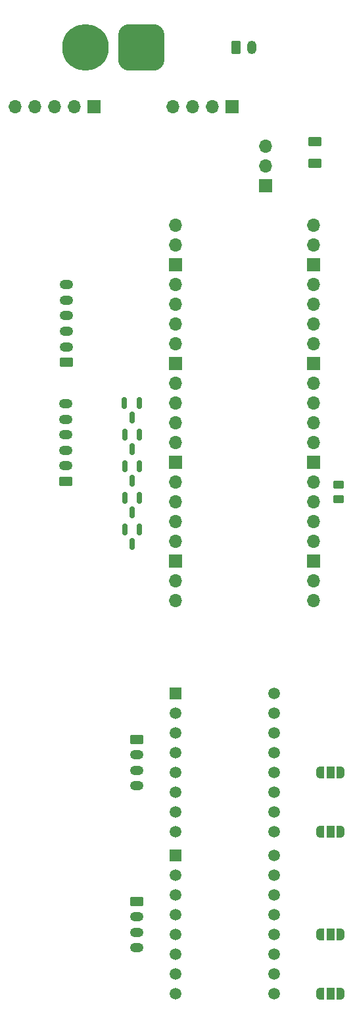
<source format=gbr>
%TF.GenerationSoftware,KiCad,Pcbnew,(6.0.11)*%
%TF.CreationDate,2023-04-04T20:38:18-04:00*%
%TF.ProjectId,ProtogenBackpackPCB,50726f74-6f67-4656-9e42-61636b706163,rev?*%
%TF.SameCoordinates,Original*%
%TF.FileFunction,Soldermask,Top*%
%TF.FilePolarity,Negative*%
%FSLAX46Y46*%
G04 Gerber Fmt 4.6, Leading zero omitted, Abs format (unit mm)*
G04 Created by KiCad (PCBNEW (6.0.11)) date 2023-04-04 20:38:18*
%MOMM*%
%LPD*%
G01*
G04 APERTURE LIST*
G04 Aperture macros list*
%AMRoundRect*
0 Rectangle with rounded corners*
0 $1 Rounding radius*
0 $2 $3 $4 $5 $6 $7 $8 $9 X,Y pos of 4 corners*
0 Add a 4 corners polygon primitive as box body*
4,1,4,$2,$3,$4,$5,$6,$7,$8,$9,$2,$3,0*
0 Add four circle primitives for the rounded corners*
1,1,$1+$1,$2,$3*
1,1,$1+$1,$4,$5*
1,1,$1+$1,$6,$7*
1,1,$1+$1,$8,$9*
0 Add four rect primitives between the rounded corners*
20,1,$1+$1,$2,$3,$4,$5,0*
20,1,$1+$1,$4,$5,$6,$7,0*
20,1,$1+$1,$6,$7,$8,$9,0*
20,1,$1+$1,$8,$9,$2,$3,0*%
%AMFreePoly0*
4,1,22,0.550000,-0.750000,0.000000,-0.750000,0.000000,-0.745033,-0.079941,-0.743568,-0.215256,-0.701293,-0.333266,-0.622738,-0.424486,-0.514219,-0.481581,-0.384460,-0.499164,-0.250000,-0.500000,-0.250000,-0.500000,0.250000,-0.499164,0.250000,-0.499963,0.256109,-0.478152,0.396186,-0.417904,0.524511,-0.324060,0.630769,-0.204165,0.706417,-0.067858,0.745374,0.000000,0.744959,0.000000,0.750000,
0.550000,0.750000,0.550000,-0.750000,0.550000,-0.750000,$1*%
%AMFreePoly1*
4,1,20,0.000000,0.744959,0.073905,0.744508,0.209726,0.703889,0.328688,0.626782,0.421226,0.519385,0.479903,0.390333,0.500000,0.250000,0.500000,-0.250000,0.499851,-0.262216,0.476331,-0.402017,0.414519,-0.529596,0.319384,-0.634700,0.198574,-0.708877,0.061801,-0.746166,0.000000,-0.745033,0.000000,-0.750000,-0.550000,-0.750000,-0.550000,0.750000,0.000000,0.750000,0.000000,0.744959,
0.000000,0.744959,$1*%
G04 Aperture macros list end*
%ADD10RoundRect,0.250000X-0.450000X0.262500X-0.450000X-0.262500X0.450000X-0.262500X0.450000X0.262500X0*%
%ADD11FreePoly0,180.000000*%
%ADD12R,1.000000X1.500000*%
%ADD13FreePoly1,180.000000*%
%ADD14FreePoly0,0.000000*%
%ADD15FreePoly1,0.000000*%
%ADD16RoundRect,0.250000X-0.350000X-0.625000X0.350000X-0.625000X0.350000X0.625000X-0.350000X0.625000X0*%
%ADD17O,1.200000X1.750000*%
%ADD18RoundRect,0.250000X0.625000X-0.350000X0.625000X0.350000X-0.625000X0.350000X-0.625000X-0.350000X0*%
%ADD19O,1.750000X1.200000*%
%ADD20RoundRect,0.150000X-0.150000X0.587500X-0.150000X-0.587500X0.150000X-0.587500X0.150000X0.587500X0*%
%ADD21RoundRect,1.500000X1.500000X1.500000X-1.500000X1.500000X-1.500000X-1.500000X1.500000X-1.500000X0*%
%ADD22C,6.000000*%
%ADD23R,1.700000X1.700000*%
%ADD24O,1.700000X1.700000*%
%ADD25R,1.508000X1.508000*%
%ADD26C,1.508000*%
%ADD27RoundRect,0.250000X0.625000X-0.375000X0.625000X0.375000X-0.625000X0.375000X-0.625000X-0.375000X0*%
%ADD28RoundRect,0.250000X-0.625000X0.350000X-0.625000X-0.350000X0.625000X-0.350000X0.625000X0.350000X0*%
G04 APERTURE END LIST*
D10*
%TO.C,R1*%
X161036000Y-91082500D03*
X161036000Y-89257500D03*
%TD*%
D11*
%TO.C,JP4*%
X161320000Y-126238000D03*
D12*
X160020000Y-126238000D03*
D13*
X158720000Y-126238000D03*
%TD*%
D14*
%TO.C,JP3*%
X158720000Y-133858000D03*
D12*
X160020000Y-133858000D03*
D15*
X161320000Y-133858000D03*
%TD*%
D11*
%TO.C,JP2*%
X161320000Y-147066000D03*
D12*
X160020000Y-147066000D03*
D13*
X158720000Y-147066000D03*
%TD*%
D14*
%TO.C,JP1*%
X158720000Y-154686000D03*
D12*
X160020000Y-154686000D03*
D15*
X161320000Y-154686000D03*
%TD*%
D16*
%TO.C,SW1*%
X147860000Y-33020000D03*
D17*
X149860000Y-33020000D03*
%TD*%
D18*
%TO.C,J5*%
X125984000Y-73500000D03*
D19*
X125984000Y-71500000D03*
X125984000Y-69500000D03*
X125984000Y-67500000D03*
X125984000Y-65500000D03*
X125984000Y-63500000D03*
%TD*%
D20*
%TO.C,Q3*%
X135400000Y-86868000D03*
X133500000Y-86868000D03*
X134450000Y-88743000D03*
%TD*%
%TO.C,Q4*%
X135400000Y-90932000D03*
X133500000Y-90932000D03*
X134450000Y-92807000D03*
%TD*%
D21*
%TO.C,BT1*%
X135680000Y-33020000D03*
D22*
X128480000Y-33020000D03*
%TD*%
D23*
%TO.C,J1*%
X147320000Y-40640000D03*
D24*
X144780000Y-40640000D03*
X142240000Y-40640000D03*
X139700000Y-40640000D03*
%TD*%
D20*
%TO.C,Q1*%
X135382000Y-78740000D03*
X133482000Y-78740000D03*
X134432000Y-80615000D03*
%TD*%
D18*
%TO.C,J4*%
X125942000Y-88820000D03*
D19*
X125942000Y-86820000D03*
X125942000Y-84820000D03*
X125942000Y-82820000D03*
X125942000Y-80820000D03*
X125942000Y-78820000D03*
%TD*%
D25*
%TO.C,U3*%
X140079500Y-116078000D03*
D26*
X140079500Y-118618000D03*
X140079500Y-121158000D03*
X140079500Y-123698000D03*
X140079500Y-126238000D03*
X140079500Y-128778000D03*
X140079500Y-131318000D03*
X140079500Y-133858000D03*
X152779500Y-116078000D03*
X152779500Y-118618000D03*
X152779500Y-121158000D03*
X152779500Y-123698000D03*
X152779500Y-126238000D03*
X152779500Y-128778000D03*
X152779500Y-131318000D03*
X152779500Y-133858000D03*
%TD*%
D27*
%TO.C,D1*%
X157988000Y-47882000D03*
X157988000Y-45082000D03*
%TD*%
D23*
%TO.C,J3*%
X151613000Y-50785000D03*
D24*
X151613000Y-48245000D03*
X151613000Y-45705000D03*
%TD*%
D28*
%TO.C,M1*%
X135043000Y-142796000D03*
D19*
X135043000Y-144796000D03*
X135043000Y-146796000D03*
X135043000Y-148796000D03*
%TD*%
D23*
%TO.C,J2*%
X129540000Y-40640000D03*
D24*
X127000000Y-40640000D03*
X124460000Y-40640000D03*
X121920000Y-40640000D03*
X119380000Y-40640000D03*
%TD*%
%TO.C,U1*%
X140081000Y-55880000D03*
X140081000Y-58420000D03*
D23*
X140081000Y-60960000D03*
D24*
X140081000Y-63500000D03*
X140081000Y-66040000D03*
X140081000Y-68580000D03*
X140081000Y-71120000D03*
D23*
X140081000Y-73660000D03*
D24*
X140081000Y-76200000D03*
X140081000Y-78740000D03*
X140081000Y-81280000D03*
X140081000Y-83820000D03*
D23*
X140081000Y-86360000D03*
D24*
X140081000Y-88900000D03*
X140081000Y-91440000D03*
X140081000Y-93980000D03*
X140081000Y-96520000D03*
D23*
X140081000Y-99060000D03*
D24*
X140081000Y-101600000D03*
X140081000Y-104140000D03*
X157861000Y-104140000D03*
X157861000Y-101600000D03*
D23*
X157861000Y-99060000D03*
D24*
X157861000Y-96520000D03*
X157861000Y-93980000D03*
X157861000Y-91440000D03*
X157861000Y-88900000D03*
D23*
X157861000Y-86360000D03*
D24*
X157861000Y-83820000D03*
X157861000Y-81280000D03*
X157861000Y-78740000D03*
X157861000Y-76200000D03*
D23*
X157861000Y-73660000D03*
D24*
X157861000Y-71120000D03*
X157861000Y-68580000D03*
X157861000Y-66040000D03*
X157861000Y-63500000D03*
D23*
X157861000Y-60960000D03*
D24*
X157861000Y-58420000D03*
X157861000Y-55880000D03*
%TD*%
D28*
%TO.C,M2*%
X135043000Y-121968000D03*
D19*
X135043000Y-123968000D03*
X135043000Y-125968000D03*
X135043000Y-127968000D03*
%TD*%
D20*
%TO.C,Q5*%
X135400000Y-94996000D03*
X133500000Y-94996000D03*
X134450000Y-96871000D03*
%TD*%
%TO.C,Q2*%
X135400000Y-82804000D03*
X133500000Y-82804000D03*
X134450000Y-84679000D03*
%TD*%
D25*
%TO.C,U2*%
X140081000Y-136906000D03*
D26*
X140081000Y-139446000D03*
X140081000Y-141986000D03*
X140081000Y-144526000D03*
X140081000Y-147066000D03*
X140081000Y-149606000D03*
X140081000Y-152146000D03*
X140081000Y-154686000D03*
X152781000Y-136906000D03*
X152781000Y-139446000D03*
X152781000Y-141986000D03*
X152781000Y-144526000D03*
X152781000Y-147066000D03*
X152781000Y-149606000D03*
X152781000Y-152146000D03*
X152781000Y-154686000D03*
%TD*%
M02*

</source>
